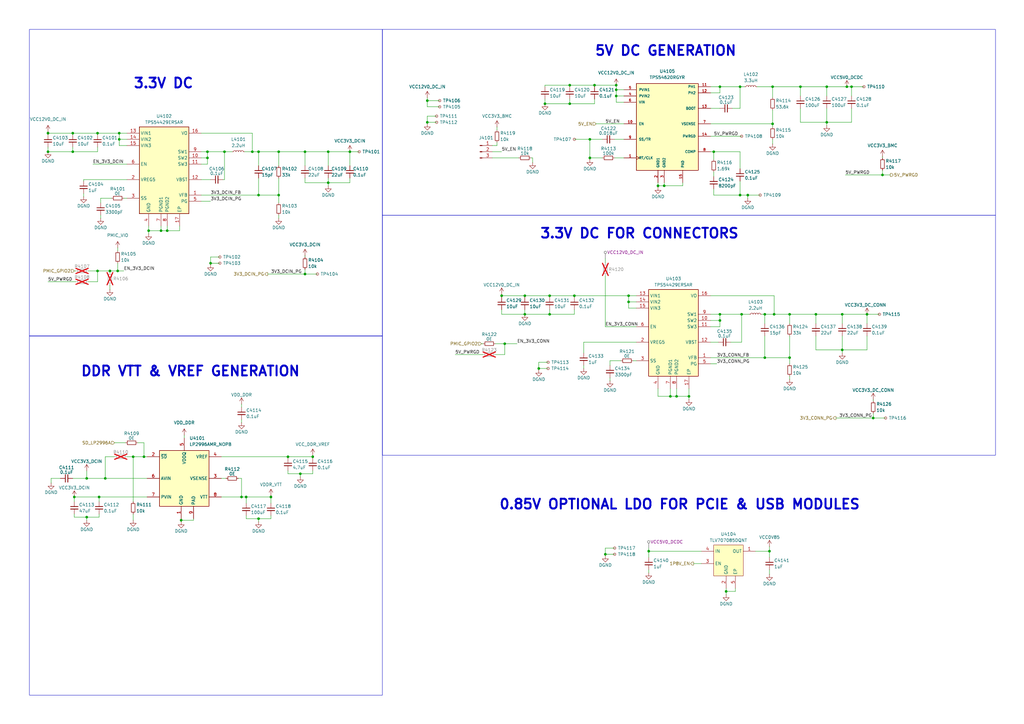
<source format=kicad_sch>
(kicad_sch (version 20250114) (generator "eeschema") (generator_version "9.0")
  (paper "A3")
  (title_block (title "Barre de son (base saine)") (date "2025-05-16") (rev "1.0") (company "NDH"))
  (rectangle (start 156.845 88.265) (end 408.305 186.69))
  (rectangle (start 12.065 12.065) (end 156.845 137.795))
  (rectangle (start 156.845 12.065) (end 408.305 88.265))
  (rectangle (start 12.065 137.795) (end 156.845 285.115))
  (text "3.3V DC \n" (at 68.58 34.29 0) (effects (font (size 4 4) (thickness 0.8) (bold yes))))
  (text "3.3V DC FOR CONNECTORS\n" (at 262.255 95.885 0) (effects (font (size 4 4) (thickness 0.8) (bold yes))))
  (text "DDR VTT & VREF GENERATION\n" (at 78.105 152.4 0) (effects (font (size 4 4) (thickness 0.8) (bold yes))))
  (text "0.85V OPTIONAL LDO FOR PCIE & USB MODULES\n" (at 278.765 207.01 0) (effects (font (size 4 4) (thickness 0.8) (bold yes))))
  (text "5V DC GENERATION\n" (at 273.05 20.955 0) (effects (font (size 4 4) (thickness 0.8) (bold yes))))
  (junction (at 40.005 54.61))
  (junction (at 241.935 64.77))
  (junction (at 241.935 57.15))
  (junction (at 339.09 35.56))
  (junction (at 233.68 42.545))
  (junction (at 29.845 54.61))
  (junction (at 272.415 76.2))
  (junction (at 35.56 212.09))
  (junction (at 106.045 80.01))
  (junction (at 304.165 128.905))
  (junction (at 316.865 35.56))
  (junction (at 48.26 111.125))
  (junction (at 282.575 162.56))
  (junction (at 347.345 35.56))
  (junction (at 257.81 121.285))
  (junction (at 86.36 107.95))
  (junction (at 111.125 203.835))
  (junction (at 128.27 187.325))
  (junction (at 60.96 94.615))
  (junction (at 35.56 196.215))
  (junction (at 225.425 128.905))
  (junction (at 66.04 94.615))
  (junction (at 48.895 57.15))
  (junction (at 43.18 196.215))
  (junction (at 295.275 35.56))
  (junction (at 85.09 62.23))
  (junction (at 114.3 62.23))
  (junction (at 313.69 128.905))
  (junction (at 303.53 80.01))
  (junction (at 207.01 140.97))
  (junction (at 317.5 128.905))
  (junction (at 103.505 62.23))
  (junction (at 85.09 64.77))
  (junction (at 355.6 128.905))
  (junction (at 233.68 34.925))
  (junction (at 361.95 71.755))
  (junction (at 114.3 80.01))
  (junction (at 92.075 62.23))
  (junction (at 339.09 50.165))
  (junction (at 19.685 62.23))
  (junction (at 30.48 203.835))
  (junction (at 125.095 62.23))
  (junction (at 48.895 54.61))
  (junction (at 345.44 143.51))
  (junction (at 223.52 42.545))
  (junction (at 323.85 146.685))
  (junction (at 205.74 121.285))
  (junction (at 123.19 194.31))
  (junction (at 235.585 121.285))
  (junction (at 313.69 146.685))
  (junction (at 316.865 50.8))
  (junction (at 295.275 128.905))
  (junction (at 99.06 203.835))
  (junction (at 225.425 121.285))
  (junction (at 134.62 62.23))
  (junction (at 243.84 34.925))
  (junction (at 215.265 121.285))
  (junction (at 118.11 187.325))
  (junction (at 29.845 62.23))
  (junction (at 175.26 50.165))
  (junction (at 74.295 213.36))
  (junction (at 134.62 74.93))
  (junction (at 274.955 162.56))
  (junction (at 59.055 187.325))
  (junction (at 143.51 62.23))
  (junction (at 297.815 242.57))
  (junction (at 68.58 94.615))
  (junction (at 315.595 226.06))
  (junction (at 358.14 171.45))
  (junction (at 40.005 111.125))
  (junction (at 257.81 123.825))
  (junction (at 349.25 35.56))
  (junction (at 252.73 36.83))
  (junction (at 295.275 131.445))
  (junction (at 40.64 203.835))
  (junction (at 328.295 35.56))
  (junction (at 334.645 128.905))
  (junction (at 252.73 39.37))
  (junction (at 292.735 62.23))
  (junction (at 175.26 41.275))
  (junction (at 303.53 35.56))
  (junction (at 215.265 128.905))
  (junction (at 266.065 226.06))
  (junction (at 54.61 187.325))
  (junction (at 106.045 212.725))
  (junction (at 19.685 54.61))
  (junction (at 100.965 203.835))
  (junction (at 125.095 112.395))
  (junction (at 220.98 151.13))
  (junction (at 269.875 76.2))
  (junction (at 45.085 111.125))
  (junction (at 106.045 62.23))
  (junction (at 252.73 34.925))
  (junction (at 345.44 128.905))
  (junction (at 248.285 227.33))
  (junction (at 306.705 80.01))
  (junction (at 323.85 128.905))
  (junction (at 277.495 162.56))
  (wire (pts (xy 40.64 205.74) (xy 40.64 203.835)))
  (wire (pts (xy 41.275 81.28) (xy 45.72 81.28)))
  (wire (pts (xy 205.74 121.92) (xy 205.74 121.285)))
  (wire (pts (xy 323.85 128.905) (xy 317.5 128.905)))
  (wire (pts (xy 297.815 243.84) (xy 297.815 242.57)))
  (wire (pts (xy 291.465 50.8) (xy 316.865 50.8)))
  (wire (pts (xy 248.285 133.985) (xy 260.985 133.985)))
  (wire (pts (xy 280.035 74.93) (xy 280.035 76.2)))
  (wire (pts (xy 252.095 224.79) (xy 248.285 224.79)))
  (wire (pts (xy 66.04 94.615) (xy 60.96 94.615)))
  (wire (pts (xy 86.36 105.41) (xy 86.36 107.95)))
  (wire (pts (xy 175.26 43.815) (xy 180.34 43.815)))
  (wire (pts (xy 90.805 187.325) (xy 118.11 187.325)))
  (wire (pts (xy 301.625 242.57) (xy 297.815 242.57)))
  (wire (pts (xy 114.3 67.945) (xy 114.3 62.23)))
  (wire (pts (xy 239.395 140.335) (xy 260.985 140.335)))
  (wire (pts (xy 339.09 35.56) (xy 347.345 35.56)))
  (wire (pts (xy 118.11 187.325) (xy 128.27 187.325)))
  (wire (pts (xy 349.25 39.37) (xy 349.25 35.56)))
  (wire (pts (xy 224.79 151.13) (xy 220.98 151.13)))
  (wire (pts (xy 294.64 140.335) (xy 291.465 140.335)))
  (wire (pts (xy 40.005 111.125) (xy 45.085 111.125)))
  (wire (pts (xy 85.09 64.77) (xy 85.09 62.23)))
  (wire (pts (xy 41.275 89.535) (xy 41.275 88.265)))
  (wire (pts (xy 52.07 187.325) (xy 54.61 187.325)))
  (wire (pts (xy 111.125 206.375) (xy 111.125 203.835)))
  (wire (pts (xy 235.585 121.285) (xy 257.81 121.285)))
  (wire (pts (xy 97.79 196.215) (xy 99.06 196.215)))
  (wire (pts (xy 345.44 144.78) (xy 345.44 143.51)))
  (wire (pts (xy 118.11 194.31) (xy 118.11 193.04)))
  (wire (pts (xy 82.55 67.31) (xy 85.09 67.31)))
  (wire (pts (xy 224.79 148.59) (xy 220.98 148.59)))
  (wire (pts (xy 90.17 105.41) (xy 86.36 105.41)))
  (wire (pts (xy 86.36 82.55) (xy 82.55 82.55)))
  (wire (pts (xy 306.705 81.28) (xy 306.705 80.01)))
  (wire (pts (xy 323.85 128.905) (xy 323.85 132.715)))
  (wire (pts (xy 361.95 64.135) (xy 361.95 64.77)))
  (wire (pts (xy 38.1 67.31) (xy 52.07 67.31)))
  (wire (pts (xy 252.095 57.15) (xy 255.905 57.15)))
  (wire (pts (xy 225.425 121.285) (xy 225.425 121.92)))
  (wire (pts (xy 225.425 128.905) (xy 215.265 128.905)))
  (wire (pts (xy 92.075 73.66) (xy 92.075 62.23)))
  (wire (pts (xy 269.875 76.2) (xy 269.875 76.835)))
  (wire (pts (xy 34.29 80.645) (xy 34.29 79.375)))
  (wire (pts (xy 266.065 226.06) (xy 287.655 226.06)))
  (wire (pts (xy 99.06 203.835) (xy 100.965 203.835)))
  (wire (pts (xy 207.01 145.415) (xy 207.01 140.97)))
  (wire (pts (xy 305.435 35.56) (xy 303.53 35.56)))
  (wire (pts (xy 309.88 226.06) (xy 315.595 226.06)))
  (wire (pts (xy 103.505 62.23) (xy 100.33 62.23)))
  (wire (pts (xy 233.68 42.545) (xy 223.52 42.545)))
  (wire (pts (xy 274.955 159.385) (xy 274.955 162.56)))
  (wire (pts (xy 118.11 187.325) (xy 118.11 187.96)))
  (wire (pts (xy 358.14 163.83) (xy 358.14 164.465)))
  (wire (pts (xy 241.935 64.77) (xy 247.015 64.77)))
  (wire (pts (xy 295.275 131.445) (xy 295.275 128.905)))
  (wire (pts (xy 304.165 140.335) (xy 304.165 128.905)))
  (wire (pts (xy 295.275 38.1) (xy 295.275 35.56)))
  (wire (pts (xy 303.53 80.01) (xy 292.735 80.01)))
  (wire (pts (xy 114.3 62.23) (xy 106.045 62.23)))
  (wire (pts (xy 35.56 213.36) (xy 35.56 212.09)))
  (wire (pts (xy 79.375 213.36) (xy 74.295 213.36)))
  (wire (pts (xy 99.06 165.735) (xy 99.06 167.005)))
  (wire (pts (xy 303.53 74.295) (xy 303.53 80.01)))
  (wire (pts (xy 143.51 73.025) (xy 143.51 74.93)))
  (wire (pts (xy 349.25 44.45) (xy 349.25 50.165)))
  (wire (pts (xy 197.485 140.97) (xy 198.12 140.97)))
  (wire (pts (xy 40.005 54.61) (xy 48.895 54.61)))
  (wire (pts (xy 255.905 41.91) (xy 252.73 41.91)))
  (wire (pts (xy 328.295 50.165) (xy 328.295 44.45)))
  (wire (pts (xy 248.285 227.965) (xy 248.285 227.33)))
  (wire (pts (xy 134.62 76.2) (xy 134.62 74.93)))
  (wire (pts (xy 284.48 231.14) (xy 287.655 231.14)))
  (wire (pts (xy 250.19 147.955) (xy 254.635 147.955)))
  (wire (pts (xy 323.85 146.685) (xy 323.85 137.795)))
  (wire (pts (xy 223.52 34.925) (xy 233.68 34.925)))
  (wire (pts (xy 218.44 66.675) (xy 218.44 64.77)))
  (wire (pts (xy 179.07 50.165) (xy 175.26 50.165)))
  (wire (pts (xy 40.64 212.09) (xy 35.56 212.09)))
  (wire (pts (xy 252.095 227.33) (xy 248.285 227.33)))
  (wire (pts (xy 175.26 50.8) (xy 175.26 50.165)))
  (wire (pts (xy 125.095 112.395) (xy 125.095 110.49)))
  (wire (pts (xy 205.74 121.285) (xy 215.265 121.285)))
  (wire (pts (xy 74.295 213.36) (xy 74.295 212.725)))
  (wire (pts (xy 111.125 203.2) (xy 111.125 203.835)))
  (wire (pts (xy 334.645 132.715) (xy 334.645 128.905)))
  (wire (pts (xy 355.6 132.715) (xy 355.6 128.905)))
  (wire (pts (xy 43.18 187.325) (xy 46.99 187.325)))
  (wire (pts (xy 239.395 151.13) (xy 239.395 149.86)))
  (wire (pts (xy 85.09 67.31) (xy 85.09 64.77)))
  (wire (pts (xy 95.25 62.23) (xy 92.075 62.23)))
  (wire (pts (xy 109.855 112.395) (xy 125.095 112.395)))
  (wire (pts (xy 75.565 178.435) (xy 75.565 179.705)))
  (wire (pts (xy 100.965 203.835) (xy 111.125 203.835)))
  (wire (pts (xy 292.735 72.39) (xy 292.735 70.485)))
  (wire (pts (xy 297.815 242.57) (xy 297.815 241.3)))
  (wire (pts (xy 54.61 187.325) (xy 59.055 187.325)))
  (wire (pts (xy 207.01 140.97) (xy 212.09 140.97)))
  (wire (pts (xy 50.8 111.125) (xy 48.26 111.125)))
  (wire (pts (xy 68.58 94.615) (xy 66.04 94.615)))
  (wire (pts (xy 40.64 203.835) (xy 30.48 203.835)))
  (wire (pts (xy 203.2 140.97) (xy 207.01 140.97)))
  (wire (pts (xy 128.27 187.325) (xy 128.27 187.96)))
  (wire (pts (xy 252.73 39.37) (xy 252.73 36.83)))
  (wire (pts (xy 91.44 73.66) (xy 92.075 73.66)))
  (wire (pts (xy 243.84 42.545) (xy 233.68 42.545)))
  (wire (pts (xy 252.73 41.91) (xy 252.73 39.37)))
  (wire (pts (xy 59.055 187.325) (xy 60.325 187.325)))
  (wire (pts (xy 48.895 57.15) (xy 48.895 54.61)))
  (wire (pts (xy 295.275 44.45) (xy 291.465 44.45)))
  (wire (pts (xy 147.32 62.23) (xy 143.51 62.23)))
  (wire (pts (xy 66.04 92.71) (xy 66.04 94.615)))
  (wire (pts (xy 48.895 59.69) (xy 48.895 57.15)))
  (wire (pts (xy 257.81 123.825) (xy 257.81 126.365)))
  (wire (pts (xy 223.52 34.925) (xy 223.52 35.56)))
  (wire (pts (xy 40.005 55.245) (xy 40.005 54.61)))
  (wire (pts (xy 316.865 50.8) (xy 316.865 52.07)))
  (wire (pts (xy 34.29 73.66) (xy 34.29 74.295)))
  (wire (pts (xy 86.36 108.585) (xy 86.36 107.95)))
  (wire (pts (xy 20.955 196.215) (xy 24.765 196.215)))
  (wire (pts (xy 220.98 148.59) (xy 220.98 151.13)))
  (wire (pts (xy 118.11 194.31) (xy 123.19 194.31)))
  (wire (pts (xy 317.5 121.285) (xy 317.5 128.905)))
  (wire (pts (xy 291.465 121.285) (xy 317.5 121.285)))
  (wire (pts (xy 220.98 151.765) (xy 220.98 151.13)))
  (wire (pts (xy 345.44 143.51) (xy 334.645 143.51)))
  (wire (pts (xy 48.895 57.15) (xy 52.07 57.15)))
  (wire (pts (xy 106.045 67.945) (xy 106.045 62.23)))
  (wire (pts (xy 339.09 50.165) (xy 328.295 50.165)))
  (wire (pts (xy 205.74 120.65) (xy 205.74 121.285)))
  (wire (pts (xy 52.07 73.66) (xy 34.29 73.66)))
  (wire (pts (xy 180.34 41.275) (xy 175.26 41.275)))
  (wire (pts (xy 317.5 128.905) (xy 313.69 128.905)))
  (wire (pts (xy 46.99 181.61) (xy 51.435 181.61)))
  (wire (pts (xy 52.07 59.69) (xy 48.895 59.69)))
  (wire (pts (xy 74.295 213.995) (xy 74.295 213.36)))
  (wire (pts (xy 235.585 57.15) (xy 241.935 57.15)))
  (wire (pts (xy 243.84 35.56) (xy 243.84 34.925)))
  (wire (pts (xy 29.845 54.61) (xy 29.845 55.245)))
  (wire (pts (xy 40.64 203.835) (xy 60.325 203.835)))
  (wire (pts (xy 282.575 162.56) (xy 277.495 162.56)))
  (wire (pts (xy 257.81 121.285) (xy 260.985 121.285)))
  (wire (pts (xy 175.26 40.005) (xy 175.26 41.275)))
  (wire (pts (xy 106.045 62.23) (xy 103.505 62.23)))
  (wire (pts (xy 134.62 62.23) (xy 143.51 62.23)))
  (wire (pts (xy 247.015 57.15) (xy 241.935 57.15)))
  (wire (pts (xy 252.73 36.83) (xy 255.905 36.83)))
  (wire (pts (xy 248.285 113.03) (xy 248.285 133.985)))
  (wire (pts (xy 355.6 128.905) (xy 360.68 128.905)))
  (wire (pts (xy 106.045 73.025) (xy 106.045 80.01)))
  (wire (pts (xy 269.875 162.56) (xy 269.875 159.385)))
  (wire (pts (xy 315.595 228.6) (xy 315.595 226.06)))
  (wire (pts (xy 40.005 115.57) (xy 40.005 111.125)))
  (wire (pts (xy 215.265 121.285) (xy 215.265 121.92)))
  (wire (pts (xy 35.56 196.215) (xy 43.18 196.215)))
  (wire (pts (xy 40.005 62.23) (xy 29.845 62.23)))
  (wire (pts (xy 30.48 111.125) (xy 31.115 111.125)))
  (wire (pts (xy 349.25 35.56) (xy 354.33 35.56)))
  (wire (pts (xy 128.27 193.04) (xy 128.27 194.31)))
  (wire (pts (xy 277.495 162.56) (xy 274.955 162.56)))
  (wire (pts (xy 361.95 71.755) (xy 365.125 71.755)))
  (wire (pts (xy 316.865 40.005) (xy 316.865 35.56)))
  (wire (pts (xy 355.6 128.905) (xy 345.44 128.905)))
  (wire (pts (xy 43.18 187.325) (xy 43.18 196.215)))
  (wire (pts (xy 274.955 162.56) (xy 269.875 162.56)))
  (wire (pts (xy 316.865 35.56) (xy 328.295 35.56)))
  (wire (pts (xy 339.09 44.45) (xy 339.09 50.165)))
  (wire (pts (xy 299.72 140.335) (xy 304.165 140.335)))
  (wire (pts (xy 114.3 73.025) (xy 114.3 80.01)))
  (wire (pts (xy 143.51 67.945) (xy 143.51 62.23)))
  (wire (pts (xy 272.415 74.93) (xy 272.415 76.2)))
  (wire (pts (xy 300.355 44.45) (xy 303.53 44.45)))
  (wire (pts (xy 307.34 128.905) (xy 304.165 128.905)))
  (wire (pts (xy 106.045 212.725) (xy 111.125 212.725)))
  (wire (pts (xy 241.935 65.405) (xy 241.935 64.77)))
  (wire (pts (xy 45.085 111.125) (xy 48.26 111.125)))
  (wire (pts (xy 100.965 212.725) (xy 100.965 211.455)))
  (wire (pts (xy 205.74 128.905) (xy 215.265 128.905)))
  (wire (pts (xy 203.835 52.07) (xy 203.835 53.34)))
  (wire (pts (xy 266.065 226.06) (xy 266.065 228.6)))
  (wire (pts (xy 235.585 127) (xy 235.585 128.905)))
  (wire (pts (xy 56.515 181.61) (xy 59.055 181.61)))
  (wire (pts (xy 277.495 159.385) (xy 277.495 162.56)))
  (wire (pts (xy 243.84 34.925) (xy 252.73 34.925)))
  (wire (pts (xy 328.295 35.56) (xy 339.09 35.56)))
  (wire (pts (xy 48.26 101.6) (xy 48.26 102.87)))
  (wire (pts (xy 29.845 54.61) (xy 40.005 54.61)))
  (wire (pts (xy 215.265 128.905) (xy 215.265 127)))
  (wire (pts (xy 134.62 62.23) (xy 134.62 67.945)))
  (wire (pts (xy 203.835 59.69) (xy 201.93 59.69)))
  (wire (pts (xy 125.095 112.395) (xy 130.175 112.395)))
  (wire (pts (xy 233.68 34.925) (xy 233.68 35.56)))
  (wire (pts (xy 342.9 171.45) (xy 358.14 171.45)))
  (wire (pts (xy 90.17 107.95) (xy 86.36 107.95)))
  (wire (pts (xy 212.725 64.77) (xy 201.93 64.77)))
  (wire (pts (xy 29.845 62.23) (xy 19.685 62.23)))
  (wire (pts (xy 306.705 80.01) (xy 303.53 80.01)))
  (wire (pts (xy 45.085 118.745) (xy 45.085 116.84)))
  (wire (pts (xy 250.19 156.21) (xy 250.19 154.94)))
  (wire (pts (xy 114.3 83.185) (xy 114.3 80.01)))
  (wire (pts (xy 313.69 146.685) (xy 291.465 146.685)))
  (wire (pts (xy 269.875 74.93) (xy 269.875 76.2)))
  (wire (pts (xy 361.95 71.755) (xy 361.95 69.85)))
  (wire (pts (xy 175.26 41.275) (xy 175.26 43.815)))
  (wire (pts (xy 315.595 233.68) (xy 315.595 235.585)))
  (wire (pts (xy 40.005 60.325) (xy 40.005 62.23)))
  (wire (pts (xy 100.965 203.835) (xy 100.965 206.375)))
  (wire (pts (xy 349.25 50.165) (xy 339.09 50.165)))
  (wire (pts (xy 304.165 128.905) (xy 295.275 128.905)))
  (wire (pts (xy 259.715 147.955) (xy 260.985 147.955)))
  (wire (pts (xy 355.6 137.795) (xy 355.6 143.51)))
  (wire (pts (xy 266.065 234.95) (xy 266.065 233.68)))
  (wire (pts (xy 323.85 149.225) (xy 323.85 146.685)))
  (wire (pts (xy 186.69 145.415) (xy 198.12 145.415)))
  (wire (pts (xy 257.81 121.285) (xy 257.81 123.825)))
  (wire (pts (xy 19.685 115.57) (xy 31.115 115.57)))
  (wire (pts (xy 282.575 163.83) (xy 282.575 162.56)))
  (wire (pts (xy 35.56 193.04) (xy 35.56 196.215)))
  (wire (pts (xy 235.585 128.905) (xy 225.425 128.905)))
  (wire (pts (xy 203.2 145.415) (xy 207.01 145.415)))
  (wire (pts (xy 48.895 54.61) (xy 52.07 54.61)))
  (wire (pts (xy 54.61 187.325) (xy 54.61 205.74)))
  (wire (pts (xy 250.19 149.86) (xy 250.19 147.955)))
  (wire (pts (xy 41.275 83.185) (xy 41.275 81.28)))
  (wire (pts (xy 339.09 51.435) (xy 339.09 50.165)))
  (wire (pts (xy 125.095 104.775) (xy 125.095 105.41)))
  (wire (pts (xy 92.71 196.215) (xy 90.805 196.215)))
  (wire (pts (xy 143.51 74.93) (xy 134.62 74.93)))
  (wire (pts (xy 125.095 62.23) (xy 125.095 67.945)))
  (wire (pts (xy 334.645 143.51) (xy 334.645 137.795)))
  (wire (pts (xy 106.045 212.725) (xy 106.045 213.995)))
  (wire (pts (xy 85.09 62.23) (xy 82.55 62.23)))
  (wire (pts (xy 82.55 54.61) (xy 103.505 54.61)))
  (wire (pts (xy 313.69 128.905) (xy 312.42 128.905)))
  (wire (pts (xy 292.735 65.405) (xy 292.735 62.23)))
  (wire (pts (xy 111.125 211.455) (xy 111.125 212.725)))
  (wire (pts (xy 313.69 137.795) (xy 313.69 146.685)))
  (wire (pts (xy 223.52 42.545) (xy 223.52 40.64)))
  (wire (pts (xy 292.735 62.23) (xy 291.465 62.23)))
  (wire (pts (xy 68.58 92.71) (xy 68.58 94.615)))
  (wire (pts (xy 92.075 62.23) (xy 85.09 62.23)))
  (wire (pts (xy 50.8 81.28) (xy 52.07 81.28)))
  (wire (pts (xy 316.865 35.56) (xy 310.515 35.56)))
  (wire (pts (xy 233.68 34.925) (xy 243.84 34.925)))
  (wire (pts (xy 239.395 144.78) (xy 239.395 140.335)))
  (wire (pts (xy 40.64 210.82) (xy 40.64 212.09)))
  (wire (pts (xy 316.865 45.085) (xy 316.865 50.8)))
  (wire (pts (xy 260.985 126.365) (xy 257.81 126.365)))
  (wire (pts (xy 328.295 39.37) (xy 328.295 35.56)))
  (wire (pts (xy 205.74 127) (xy 205.74 128.905)))
  (wire (pts (xy 48.26 111.125) (xy 48.26 107.95)))
  (wire (pts (xy 73.66 92.71) (xy 73.66 94.615)))
  (wire (pts (xy 282.575 159.385) (xy 282.575 162.56)))
  (wire (pts (xy 134.62 62.23) (xy 125.095 62.23)))
  (wire (pts (xy 29.845 196.215) (xy 35.56 196.215)))
  (wire (pts (xy 19.685 54.61) (xy 19.685 55.245)))
  (wire (pts (xy 346.71 71.755) (xy 361.95 71.755)))
  (wire (pts (xy 291.465 55.88) (xy 304.165 55.88)))
  (wire (pts (xy 29.845 60.325) (xy 29.845 62.23)))
  (wire (pts (xy 292.735 77.47) (xy 292.735 80.01)))
  (wire (pts (xy 19.685 53.975) (xy 19.685 54.61)))
  (wire (pts (xy 125.095 73.025) (xy 125.095 74.93)))
  (wire (pts (xy 252.095 64.77) (xy 255.905 64.77)))
  (wire (pts (xy 306.705 80.01) (xy 311.785 80.01)))
  (wire (pts (xy 235.585 121.285) (xy 235.585 121.92)))
  (wire (pts (xy 266.065 224.79) (xy 266.065 226.06)))
  (wire (pts (xy 295.275 133.985) (xy 295.275 131.445)))
  (wire (pts (xy 313.69 128.905) (xy 313.69 132.715)))
  (wire (pts (xy 19.685 54.61) (xy 29.845 54.61)))
  (wire (pts (xy 86.36 73.66) (xy 82.55 73.66)))
  (wire (pts (xy 134.62 73.025) (xy 134.62 74.93)))
  (wire (pts (xy 123.19 194.31) (xy 123.19 195.58)))
  (wire (pts (xy 303.53 44.45) (xy 303.53 35.56)))
  (wire (pts (xy 99.06 196.215) (xy 99.06 203.835)))
  (wire (pts (xy 125.095 62.23) (xy 114.3 62.23)))
  (wire (pts (xy 248.285 224.79) (xy 248.285 227.33)))
  (wire (pts (xy 241.935 57.15) (xy 241.935 64.77)))
  (wire (pts (xy 323.85 155.575) (xy 323.85 154.305)))
  (wire (pts (xy 301.625 241.3) (xy 301.625 242.57)))
  (wire (pts (xy 339.09 35.56) (xy 339.09 39.37)))
  (wire (pts (xy 175.26 47.625) (xy 175.26 50.165)))
  (wire (pts (xy 233.68 40.64) (xy 233.68 42.545)))
  (wire (pts (xy 99.06 172.085) (xy 99.06 173.355)))
  (wire (pts (xy 291.465 38.1) (xy 295.275 38.1)))
  (wire (pts (xy 260.985 123.825) (xy 257.81 123.825)))
  (wire (pts (xy 128.27 186.69) (xy 128.27 187.325)))
  (wire (pts (xy 60.96 94.615) (xy 60.96 95.885)))
  (wire (pts (xy 114.3 80.01) (xy 106.045 80.01)))
  (wire (pts (xy 295.275 35.56) (xy 291.465 35.56)))
  (wire (pts (xy 291.465 133.985) (xy 295.275 133.985)))
  (wire (pts (xy 294.005 149.225) (xy 291.465 149.225)))
  (wire (pts (xy 272.415 76.2) (xy 269.875 76.2)))
  (wire (pts (xy 20.955 198.12) (xy 20.955 196.215)))
  (wire (pts (xy 73.66 94.615) (xy 68.58 94.615)))
  (wire (pts (xy 45.085 111.76) (xy 45.085 111.125)))
  (wire (pts (xy 355.6 143.51) (xy 345.44 143.51)))
  (wire (pts (xy 35.56 212.09) (xy 30.48 212.09)))
  (wire (pts (xy 345.44 128.905) (xy 334.645 128.905)))
  (wire (pts (xy 334.645 128.905) (xy 323.85 128.905)))
  (wire (pts (xy 225.425 127) (xy 225.425 128.905)))
  (wire (pts (xy 303.53 69.215) (xy 303.53 62.23)))
  (wire (pts (xy 103.505 54.61) (xy 103.505 62.23)))
  (wire (pts (xy 244.475 50.8) (xy 255.905 50.8)))
  (wire (pts (xy 295.275 131.445) (xy 291.465 131.445)))
  (wire (pts (xy 90.805 203.835) (xy 99.06 203.835)))
  (wire (pts (xy 82.55 64.77) (xy 85.09 64.77)))
  (wire (pts (xy 54.61 213.36) (xy 54.61 210.82)))
  (wire (pts (xy 345.44 128.905) (xy 345.44 132.715)))
  (wire (pts (xy 43.18 196.215) (xy 60.325 196.215)))
  (wire (pts (xy 295.275 128.905) (xy 291.465 128.905)))
  (wire (pts (xy 114.3 89.535) (xy 114.3 88.265)))
  (wire (pts (xy 225.425 121.285) (xy 235.585 121.285)))
  (wire (pts (xy 313.69 146.685) (xy 323.85 146.685)))
  (wire (pts (xy 347.345 35.56) (xy 349.25 35.56)))
  (wire (pts (xy 252.73 39.37) (xy 255.905 39.37)))
  (wire (pts (xy 358.14 171.45) (xy 358.14 169.545)))
  (wire (pts (xy 243.84 40.64) (xy 243.84 42.545)))
  (wire (pts (xy 30.48 212.09) (xy 30.48 210.82)))
  (wire (pts (xy 215.265 121.285) (xy 225.425 121.285)))
  (wire (pts (xy 82.55 80.01) (xy 106.045 80.01)))
  (wire (pts (xy 205.74 62.23) (xy 201.93 62.23)))
  (wire (pts (xy 315.595 226.06) (xy 315.595 224.155)))
  (wire (pts (xy 36.195 115.57) (xy 40.005 115.57)))
  (wire (pts (xy 303.53 35.56) (xy 295.275 35.56)))
  (wire (pts (xy 59.055 181.61) (xy 59.055 187.325)))
  (wire (pts (xy 19.685 62.23) (xy 19.685 60.325)))
  (wire (pts (xy 280.035 76.2) (xy 272.415 76.2)))
  (wire (pts (xy 179.07 47.625) (xy 175.26 47.625)))
  (wire (pts (xy 123.19 194.31) (xy 128.27 194.31)))
  (wire (pts (xy 60.96 92.71) (xy 60.96 94.615)))
  (wire (pts (xy 303.53 62.23) (xy 292.735 62.23)))
  (wire (pts (xy 358.14 171.45) (xy 363.22 171.45)))
  (wire (pts (xy 248.285 106.045) (xy 248.285 107.95)))
  (wire (pts (xy 203.835 58.42) (xy 203.835 59.69)))
  (wire (pts (xy 100.965 212.725) (xy 106.045 212.725)))
  (wire (pts (xy 345.44 137.795) (xy 345.44 143.51)))
  (wire (pts (xy 30.48 203.835) (xy 30.48 205.74)))
  (wire (pts (xy 134.62 74.93) (xy 125.095 74.93)))
  (wire (pts (xy 252.73 34.925) (xy 252.73 36.83)))
  (wire (pts (xy 79.375 212.725) (xy 79.375 213.36)))
  (wire (pts (xy 36.195 111.125) (xy 40.005 111.125)))
  (wire (pts (xy 218.44 64.77) (xy 217.805 64.77)))
  (wire (pts (xy 316.865 59.055) (xy 316.865 57.15)))
  (label "EN_3V3_DCIN" (at 38.1 67.31 0))
  (label "3V3_DCIN_FB" (at 86.36 80.01 0))
  (label "5V_PWRGD" (at 19.685 115.57 0))
  (label "EN_3V3_CONN" (at 212.09 140.97 0))
  (label "3V3_DCIN_PG" (at 111.125 112.395 0))
  (label "3V3_CONN_FB" (at 294.005 146.685 0))
  (label "3V3_CONN_PG" (at 294.005 149.225 0))
  (label "3V3_DCIN_PG" (at 86.36 82.55 0))
  (label "EN_3V3_DCIN" (at 50.8 111.125 0))
  (label "EN_3V3_CONN" (at 248.285 133.985 0))
  (label "5V_PWRGD" (at 292.735 55.88 0))
  (label "3V3_CONN_PG" (at 344.17 171.45 0))
  (label "5V_PWRGD" (at 186.69 145.415 0))
  (label "5V_EN" (at 248.285 50.8 0))
  (label "5V_PWRGD" (at 346.71 71.755 0))
  (label "5V_EN" (at 205.74 62.23 0))
  (hierarchical_label "3V3_DCIN_PG" (shape output) (at 109.855 112.395 180))
  (hierarchical_label "PMIC_GPIO2" (shape input) (at 30.48 111.125 180))
  (hierarchical_label "3V3_CONN_PG" (shape output) (at 342.9 171.45 180))
  (hierarchical_label "5V_EN" (shape input) (at 244.475 50.8 180))
  (hierarchical_label "1P8V_EN" (shape output) (at 284.48 231.14 180))
  (hierarchical_label "5V_PWRGD" (shape output) (at 365.125 71.755 0))
  (hierarchical_label "PMIC_GPIO2" (shape input) (at 197.485 140.97 180))
  (hierarchical_label "SD_LP2996A" (shape input) (at 46.99 181.61 180))
  (netclass_flag "" (length 2.54) (shape round) (at 266.065 224.79 0) (property "Netclass" "VCC5V0_DCDC" (at 266.7635 222.25 0) (effects (justify left))))
  (netclass_flag "" (length 2.54) (shape round) (at 248.285 106.045 0) (property "Netclass" "VCC12V0_DC_IN" (at 248.9835 103.505 0) (effects (justify left))))
  (symbol (lib_id "Device:C_Small") (at 239.395 147.32 0) (unit 1)
    (property "Reference" "C4133" (at 241.3 146.05 0) (effects (justify left)))
    (property "Value" "1uF" (at 241.3 148.59 0) (effects (justify left)))
    (property "Description" "Unpolarized capacitor, small symbol" (effects (hide yes)))
  )
  (symbol (lib_id "Device:C_Small") (at 243.84 38.1 0) (unit 1)
    (property "Reference" "C4121" (at 245.745 36.83 0) (effects (justify left)))
    (property "Value" "0.1uF" (at 245.745 39.37 0) (effects (justify left)))
    (property "Description" "Unpolarized capacitor, small symbol" (effects (hide yes)))
  )
  (symbol (lib_id "Connector:TestPoint_Small") (at 179.07 50.165 0) (unit 1)
    (property "Reference" "TP4112" (at 180.34 50.1649 0) (effects (justify left)))
    (property "Value" "TestPoint_Small" (effects (hide yes)))
    (property "Description" "test point" (effects (hide yes)))
  )
  (symbol (lib_id "power:GND") (at 19.685 62.23 0) (unit 1)
    (property "Reference" "#PWR0862" (effects (hide yes)))
    (property "Value" "DGND" (at 19.685 66.04 0))
    (property "Description" "Power symbol creates a global label with name \"GND\" , ground" (effects (hide yes)))
  )
  (symbol (lib_id "Device:R_Small") (at 125.095 107.95 180) (unit 1)
    (property "Reference" "R4104" (at 126.365 106.68 0) (effects (justify right)))
    (property "Value" "10k" (at 126.365 109.22 0) (effects (justify right)))
    (property "Description" "Resistor, small symbol" (effects (hide yes)))
  )
  (symbol (lib_id "power:GND") (at 316.865 59.055 0) (unit 1)
    (property "Reference" "#PWR0880" (effects (hide yes)))
    (property "Value" "DGND" (at 316.865 62.865 0))
    (property "Description" "Power symbol creates a global label with name \"GND\" , ground" (effects (hide yes)))
  )
  (symbol (lib_id "Connector:Conn_01x03_Pin") (at 196.85 62.23 0) (unit 1)
    (property "Reference" "J4101" (at 199.39 56.515 0))
    (property "Value" "Conn_01x03_Pin" (effects (hide yes)))
    (property "Description" "Generic connector, single row, 01x03, script generated" (effects (hide yes)))
  )
  (symbol (lib_id "Device:R_Small") (at 48.26 105.41 180) (unit 1)
    (property "Reference" "R4105" (at 49.53 104.14 0) (effects (justify right)))
    (property "Value" "10k" (at 49.53 106.68 0) (effects (justify right)))
    (property "Description" "Resistor, small symbol" (effects (hide yes)))
  )
  (symbol (lib_id "Connector:TestPoint_Small") (at 180.34 41.275 0) (unit 1)
    (property "Reference" "TP4106" (at 181.61 41.2749 0) (effects (justify left)))
    (property "Value" "TestPoint_Small" (effects (hide yes)))
    (property "Description" "test point" (effects (hide yes)))
  )
  (symbol (lib_id "power:+1V0") (at 128.27 186.69 0) (unit 1)
    (property "Reference" "#PWR04109" (effects (hide yes)))
    (property "Value" "VCC_DDR_VREF" (at 128.27 182.245 0))
    (property "Description" "Power symbol creates a global label with name \"+1V0\"" (effects (hide yes)))
  )
  (symbol (lib_id "Device:C_Small") (at 125.095 70.485 0) (unit 1)
    (property "Reference" "C4108" (at 126.365 69.215 0) (effects (justify left)))
    (property "Value" "22uF" (at 126.365 71.755 0) (effects (justify left)))
    (property "Description" "Unpolarized capacitor, small symbol" (effects (hide yes)))
  )
  (symbol (lib_id "Device:C_Small") (at 100.965 208.915 0) (unit 1)
    (property "Reference" "C4117" (at 102.87 207.645 0) (effects (justify left)))
    (property "Value" "100uF" (at 102.87 210.185 0) (effects (justify left)))
    (property "Description" "Unpolarized capacitor, small symbol" (effects (hide yes)))
  )
  (symbol (lib_id "Device:C_Small") (at 266.065 231.14 0) (unit 1)
    (property "Reference" "C4140" (at 267.97 229.87 0) (effects (justify left)))
    (property "Value" "1uF" (at 267.97 232.41 0) (effects (justify left)))
    (property "Description" "Unpolarized capacitor, small symbol" (effects (hide yes)))
  )
  (symbol (lib_id "Connector:TestPoint_Small") (at 224.79 151.13 0) (unit 1)
    (property "Reference" "TP4114" (at 226.06 151.1299 0) (effects (justify left)))
    (property "Value" "TestPoint_Small" (effects (hide yes)))
    (property "Description" "test point" (effects (hide yes)))
  )
  (symbol (lib_id "power:GND") (at 315.595 235.585 0) (unit 1)
    (property "Reference" "#PWR0894" (effects (hide yes)))
    (property "Value" "DGND" (at 315.595 239.395 0))
    (property "Description" "Power symbol creates a global label with name \"GND\" , ground" (effects (hide yes)))
  )
  (symbol (lib_id "Libglobal:LP2996AMR_NOPB") (at 60.325 187.325 0) (unit 1)
    (property "Reference" "U4101" (at 77.7083 179.705 0) (effects (justify left)))
    (property "Value" "LP2996AMR_NOPB" (at 77.7083 182.245 0) (effects (justify left)))
    (property "Footprint" "SOIC127P600X170-9N" (effects (hide yes)))
    (property "Datasheet" "http://www.ti.com/lit/gpn/LP2996A" (effects (hide yes)))
    (property "Description" "1.5A DDR termination regulator with shutdown pin for DDR2/3/3L" (effects (hide yes)))
    (property "Height" "1.7" (effects (hide yes)))
    (property "Manufacturer_Name" "Texas Instruments" (effects (hide yes)))
    (property "Manufacturer_Part_Number" "LP2996AMR/NOPB" (effects (hide yes)))
    (property "Mouser Part Number" "595-LP2996AMR/NOPB" (effects (hide yes)))
    (property "Mouser Price/Stock" "https://www.mouser.co.uk/ProductDetail/Texas-Instruments/LP2996AMR-NOPB/?qs=1MXlzafEN3%252BgTj54Hgl14Q%3D%3D" (effects (hide yes)))
    (property "Arrow Part Number" "LP2996AMR/NOPB" (effects (hide yes)))
    (property "Arrow Price/Stock" "https://www.arrow.com/en/products/lp2996amrnopb/texas-instruments" (effects (hide yes)))
  )
  (symbol (lib_id "Device:C_Small") (at 143.51 70.485 0) (unit 1)
    (property "Reference" "C4110" (at 144.78 69.215 0) (effects (justify left)))
    (property "Value" "0.1uF" (at 144.78 71.755 0) (effects (justify left)))
    (property "Description" "Unpolarized capacitor, small symbol" (effects (hide yes)))
  )
  (symbol (lib_id "Device:R_Small") (at 45.085 114.3 180) (unit 1) (dnp yes)
    (property "Reference" "R4106" (at 46.355 114.3 0) (effects (justify right)))
    (property "Value" "10k" (effects (hide yes)))
    (property "Description" "Resistor, small symbol" (effects (hide yes)))
  )
  (symbol (lib_id "Device:R_Small") (at 95.25 196.215 90) (unit 1)
    (property "Reference" "R4112" (at 95.25 192.405 90))
    (property "Value" "0E" (at 95.25 194.31 90))
    (property "Description" "Resistor, small symbol" (effects (hide yes)))
  )
  (symbol (lib_id "Device:C_Small") (at 225.425 124.46 0) (unit 1)
    (property "Reference" "C4131" (at 227.33 123.19 0) (effects (justify left)))
    (property "Value" "10uF" (at 227.33 125.73 0) (effects (justify left)))
    (property "Description" "Unpolarized capacitor, small symbol" (effects (hide yes)))
  )
  (symbol (lib_id "power:GND") (at 134.62 76.2 0) (unit 1)
    (property "Reference" "#PWR0867" (effects (hide yes)))
    (property "Value" "DGND" (at 134.62 80.01 0))
    (property "Description" "Power symbol creates a global label with name \"GND\" , ground" (effects (hide yes)))
  )
  (symbol (lib_id "Device:C_Small") (at 297.815 44.45 90) (unit 1)
    (property "Reference" "C4123" (at 297.815 40.005 90))
    (property "Value" "0.1uF" (at 297.815 41.91 90))
    (property "Description" "Unpolarized capacitor, small symbol" (effects (hide yes)))
  )
  (symbol (lib_id "power:GND") (at 239.395 151.13 0) (unit 1)
    (property "Reference" "#PWR0887" (effects (hide yes)))
    (property "Value" "DGND" (at 239.395 154.94 0))
    (property "Description" "Power symbol creates a global label with name \"GND\" , ground" (effects (hide yes)))
  )
  (symbol (lib_id "Device:C_Small") (at 118.11 190.5 0) (unit 1)
    (property "Reference" "C4115" (at 120.015 189.23 0) (effects (justify left)))
    (property "Value" "4.7uF" (at 120.015 191.77 0) (effects (justify left)))
    (property "Description" "Unpolarized capacitor, small symbol" (effects (hide yes)))
  )
  (symbol (lib_id "Connector:TestPoint_Small") (at 354.33 35.56 0) (unit 1)
    (property "Reference" "TP4110" (at 355.6 35.56 0) (effects (justify left)))
    (property "Value" "TestPoint_Small" (effects (hide yes)))
    (property "Description" "test point" (effects (hide yes)))
  )
  (symbol (lib_id "power:+1V0") (at 125.095 104.775 0) (unit 1)
    (property "Reference" "#PWR04103" (effects (hide yes)))
    (property "Value" "VCC3V3_DCIN" (at 125.095 100.33 0))
    (property "Description" "Power symbol creates a global label with name \"+1V0\"" (effects (hide yes)))
  )
  (symbol (lib_id "Device:R_Small") (at 248.285 110.49 180) (unit 1) (dnp yes)
    (property "Reference" "R4120" (at 249.555 110.49 0) (effects (justify right)))
    (property "Value" "~" (at 249.555 111.76 0) (effects (justify right)))
    (property "Description" "Resistor, small symbol" (effects (hide yes)))
  )
  (symbol (lib_id "Device:R_Small") (at 203.835 55.88 180) (unit 1)
    (property "Reference" "R4119" (at 205.105 54.61 0) (effects (justify right)))
    (property "Value" "10k" (at 205.105 57.15 0) (effects (justify right)))
    (property "Description" "Resistor, small symbol" (effects (hide yes)))
  )
  (symbol (lib_id "Device:C_Small") (at 292.735 74.93 0) (unit 1)
    (property "Reference" "C4124" (at 294.64 73.66 0) (effects (justify left)))
    (property "Value" "8200pF" (at 294.64 76.2 0) (effects (justify left)))
    (property "Description" "Unpolarized capacitor, small symbol" (effects (hide yes)))
  )
  (symbol (lib_id "power:+1V0") (at 111.125 203.2 0) (unit 1)
    (property "Reference" "#PWR04110" (effects (hide yes)))
    (property "Value" "VDDR_VTT" (at 111.125 198.755 0))
    (property "Description" "Power symbol creates a global label with name \"+1V0\"" (effects (hide yes)))
  )
  (symbol (lib_id "power:+1V0") (at 355.6 128.905 0) (unit 1)
    (property "Reference" "#PWR04117" (effects (hide yes)))
    (property "Value" "VCC3V3_DC_CONN" (at 354.965 125.095 0))
    (property "Description" "Power symbol creates a global label with name \"+1V0\"" (effects (hide yes)))
  )
  (symbol (lib_id "power:GND") (at 114.3 89.535 0) (unit 1)
    (property "Reference" "#PWR0866" (effects (hide yes)))
    (property "Value" "DGND" (at 114.3 93.345 0))
    (property "Description" "Power symbol creates a global label with name \"GND\" , ground" (effects (hide yes)))
  )
  (symbol (lib_id "Device:R_Small") (at 53.975 181.61 90) (unit 1)
    (property "Reference" "R4109" (at 53.975 177.8 90))
    (property "Value" "0E" (at 53.975 179.705 90))
    (property "Description" "Resistor, small symbol" (effects (hide yes)))
  )
  (symbol (lib_id "Device:R_Small") (at 200.66 145.415 90) (unit 1) (dnp yes)
    (property "Reference" "R4123" (at 200.66 143.51 90))
    (property "Value" "0E" (effects (hide yes)))
    (property "Description" "Resistor, small symbol" (effects (hide yes)))
  )
  (symbol (lib_id "power:GND") (at 306.705 81.28 0) (unit 1)
    (property "Reference" "#PWR0881" (effects (hide yes)))
    (property "Value" "DGND" (at 306.705 85.09 0))
    (property "Description" "Power symbol creates a global label with name \"GND\" , ground" (effects (hide yes)))
  )
  (symbol (lib_id "power:GND") (at 241.935 65.405 0) (unit 1)
    (property "Reference" "#PWR0878" (effects (hide yes)))
    (property "Value" "DGND" (at 241.935 69.215 0))
    (property "Description" "Power symbol creates a global label with name \"GND\" , ground" (effects (hide yes)))
  )
  (symbol (lib_id "power:GND") (at 34.29 80.645 0) (unit 1)
    (property "Reference" "#PWR0864" (effects (hide yes)))
    (property "Value" "DGND" (at 34.29 84.455 0))
    (property "Description" "Power symbol creates a global label with name \"GND\" , ground" (effects (hide yes)))
  )
  (symbol (lib_id "Connector:TestPoint_Small") (at 147.32 62.23 0) (unit 1)
    (property "Reference" "TP4101" (at 148.59 62.2299 0) (effects (justify left)))
    (property "Value" "TestPoint_Small" (effects (hide yes)))
    (property "Description" "test point" (effects (hide yes)))
  )
  (symbol (lib_id "Device:R_Small") (at 316.865 42.545 180) (unit 1)
    (property "Reference" "R4114" (at 318.135 41.275 0) (effects (justify right)))
    (property "Value" "53.6k" (at 318.135 43.815 0) (effects (justify right)))
    (property "Description" "Resistor, small symbol" (effects (hide yes)))
  )
  (symbol (lib_id "Connector:TestPoint_Small") (at 304.165 55.88 0) (unit 1)
    (property "Reference" "TP4108" (at 305.435 55.88 0) (effects (justify left)))
    (property "Value" "TestPoint_Small" (effects (hide yes)))
    (property "Description" "test point" (effects (hide yes)))
  )
  (symbol (lib_id "power:GND") (at 41.275 89.535 0) (unit 1)
    (property "Reference" "#PWR0865" (effects (hide yes)))
    (property "Value" "DGND" (at 41.275 93.345 0))
    (property "Description" "Power symbol creates a global label with name \"GND\" , ground" (effects (hide yes)))
  )
  (symbol (lib_id "Connector:TestPoint_Small") (at 252.095 227.33 0) (unit 1)
    (property "Reference" "TP4118" (at 253.365 227.3299 0) (effects (justify left)))
    (property "Value" "TestPoint_Small" (effects (hide yes)))
    (property "Description" "test point" (effects (hide yes)))
  )
  (symbol (lib_id "Device:C_Small") (at 303.53 71.755 0) (unit 1)
    (property "Reference" "C4125" (at 305.435 70.485 0) (effects (justify left)))
    (property "Value" "0.1uF" (at 305.435 73.025 0) (effects (justify left)))
    (property "Description" "Unpolarized capacitor, small symbol" (effects (hide yes)))
  )
  (symbol (lib_id "Device:R_Small") (at 215.265 64.77 90) (unit 1)
    (property "Reference" "R4118" (at 215.265 60.96 90))
    (property "Value" "10k" (at 215.265 62.865 90))
    (property "Description" "Resistor, small symbol" (effects (hide yes)))
  )
  (symbol (lib_id "power:+1V0") (at 347.345 35.56 0) (unit 1)
    (property "Reference" "#PWR04113" (effects (hide yes)))
    (property "Value" "VCC5V0_DCDC" (at 347.345 31.75 0))
    (property "Description" "Power symbol creates a global label with name \"+1V0\"" (effects (hide yes)))
  )
  (symbol (lib_id "Device:C_Small") (at 313.69 135.255 0) (unit 1)
    (property "Reference" "C4136" (at 315.595 133.985 0) (effects (justify left)))
    (property "Value" "15pF" (at 315.595 136.525 0) (effects (justify left)))
    (property "Description" "Unpolarized capacitor, small symbol" (effects (hide yes)))
  )
  (symbol (lib_id "Device:R_Small") (at 33.655 115.57 90) (unit 1) (dnp yes)
    (property "Reference" "R4108" (at 33.655 113.665 90))
    (property "Value" "0E" (effects (hide yes)))
    (property "Description" "Resistor, small symbol" (effects (hide yes)))
  )
  (symbol (lib_id "Connector:TestPoint_Small") (at 235.585 57.15 180) (unit 1)
    (property "Reference" "TP4107" (at 234.315 57.15 0) (effects (justify left)))
    (property "Value" "TestPoint_Small" (effects (hide yes)))
    (property "Description" "test point" (effects (hide yes)))
  )
  (symbol (lib_id "power:GND") (at 218.44 66.675 0) (unit 1)
    (property "Reference" "#PWR0884" (effects (hide yes)))
    (property "Value" "DGND" (at 218.44 70.485 0))
    (property "Description" "Power symbol creates a global label with name \"GND\" , ground" (effects (hide yes)))
  )
  (symbol (lib_id "power:GND") (at 106.045 213.995 0) (unit 1)
    (property "Reference" "#PWR0876" (effects (hide yes)))
    (property "Value" "DGND" (at 106.045 217.805 0))
    (property "Description" "Power symbol creates a global label with name \"GND\" , ground" (effects (hide yes)))
  )
  (symbol (lib_id "Device:C_Small") (at 34.29 76.835 0) (unit 1)
    (property "Reference" "C4104" (at 36.195 75.565 0) (effects (justify left)))
    (property "Value" "1uF" (at 36.195 78.105 0) (effects (justify left)))
    (property "Description" "Unpolarized capacitor, small symbol" (effects (hide yes)))
  )
  (symbol (lib_id "power:GND") (at 339.09 51.435 0) (unit 1)
    (property "Reference" "#PWR0882" (effects (hide yes)))
    (property "Value" "DGND" (at 339.09 55.245 0))
    (property "Description" "Power symbol creates a global label with name \"GND\" , ground" (effects (hide yes)))
  )
  (symbol (lib_id "power:GND") (at 282.575 163.83 0) (unit 1)
    (property "Reference" "#PWR0888" (effects (hide yes)))
    (property "Value" "DGND" (at 282.575 167.64 0))
    (property "Description" "Power symbol creates a global label with name \"GND\" , ground" (effects (hide yes)))
  )
  (symbol (lib_id "Device:C_Small") (at 355.6 135.255 0) (unit 1)
    (property "Reference" "C4139" (at 357.505 133.985 0) (effects (justify left)))
    (property "Value" "0.1uF" (at 357.505 136.525 0) (effects (justify left)))
    (property "Description" "Unpolarized capacitor, small symbol" (effects (hide yes)))
  )
  (symbol (lib_id "power:GND") (at 86.36 108.585 0) (unit 1)
    (property "Reference" "#PWR0868" (effects (hide yes)))
    (property "Value" "DGND" (at 86.36 112.395 0))
    (property "Description" "Power symbol creates a global label with name \"GND\" , ground" (effects (hide yes)))
  )
  (symbol (lib_id "Device:C_Small") (at 233.68 38.1 0) (unit 1)
    (property "Reference" "C4120" (at 235.585 36.83 0) (effects (justify left)))
    (property "Value" "10uF" (at 235.585 39.37 0) (effects (justify left)))
    (property "Description" "Unpolarized capacitor, small symbol" (effects (hide yes)))
  )
  (symbol (lib_id "Connector:TestPoint_Small") (at 360.68 128.905 0) (unit 1)
    (property "Reference" "TP4115" (at 361.95 128.905 0) (effects (justify left)))
    (property "Value" "TestPoint_Small" (effects (hide yes)))
    (property "Description" "test point" (effects (hide yes)))
  )
  (symbol (lib_id "power:GND") (at 123.19 195.58 0) (unit 1)
    (property "Reference" "#PWR0875" (effects (hide yes)))
    (property "Value" "DGND" (at 123.19 199.39 0))
    (property "Description" "Power symbol creates a global label with name \"GND\" , ground" (effects (hide yes)))
  )
  (symbol (lib_id "Device:C_Small") (at 334.645 135.255 0) (unit 1)
    (property "Reference" "C4137" (at 336.55 133.985 0) (effects (justify left)))
    (property "Value" "22uF" (at 336.55 136.525 0) (effects (justify left)))
    (property "Description" "Unpolarized capacitor, small symbol" (effects (hide yes)))
  )
  (symbol (lib_id "power:GND") (at 20.955 198.12 0) (unit 1)
    (property "Reference" "#PWR0870" (effects (hide yes)))
    (property "Value" "DGND" (at 20.955 201.93 0))
    (property "Description" "Power symbol creates a global label with name \"GND\" , ground" (effects (hide yes)))
  )
  (symbol (lib_id "Connector:TestPoint_Small") (at 90.17 105.41 0) (unit 1)
    (property "Reference" "TP4102" (at 91.44 105.4099 0) (effects (justify left)))
    (property "Value" "TestPoint_Small" (effects (hide yes)))
    (property "Description" "test point" (effects (hide yes)))
  )
  (symbol (lib_id "Libglobal:TLV707085DQNT") (at 295.275 220.98 0) (unit 1)
    (property "Reference" "U4104" (at 298.7675 219.075 0))
    (property "Value" "TLV707085DQNT" (at 298.7675 221.615 0))
  )
  (symbol (lib_id "Device:R_Small") (at 292.735 67.945 180) (unit 1)
    (property "Reference" "R4116" (at 294.005 66.675 0) (effects (justify right)))
    (property "Value" "1.69k" (at 294.005 69.215 0) (effects (justify right)))
    (property "Description" "Resistor, small symbol" (effects (hide yes)))
  )
  (symbol (lib_id "power:GND") (at 45.085 118.745 0) (unit 1)
    (property "Reference" "#PWR0869" (effects (hide yes)))
    (property "Value" "DGND" (at 45.085 122.555 0))
    (property "Description" "Power symbol creates a global label with name \"GND\" , ground" (effects (hide yes)))
  )
  (symbol (lib_id "Device:L_Small") (at 309.88 128.905 90) (unit 1)
    (property "Reference" "L4103" (at 309.88 123.825 90))
    (property "Value" "2.2uH" (at 309.88 126.365 90))
    (property "Description" "Inductor, small symbol" (effects (hide yes)))
  )
  (symbol (lib_id "Device:C_Small") (at 111.125 208.915 0) (unit 1)
    (property "Reference" "C4118" (at 113.03 207.645 0) (effects (justify left)))
    (property "Value" "0.1uF" (at 113.03 210.185 0) (effects (justify left)))
    (property "Description" "Unpolarized capacitor, small symbol" (effects (hide yes)))
  )
  (symbol (lib_id "Connector:TestPoint_Small") (at 130.175 112.395 0) (unit 1)
    (property "Reference" "TP4104" (at 131.445 112.3949 0) (effects (justify left)))
    (property "Value" "TestPoint_Small" (effects (hide yes)))
    (property "Description" "test point" (effects (hide yes)))
  )
  (symbol (lib_id "Device:C_Small") (at 88.9 73.66 90) (unit 1)
    (property "Reference" "C4106" (at 88.9 69.215 90))
    (property "Value" "0.1uF" (at 88.9 71.12 90))
    (property "Description" "Unpolarized capacitor, small symbol" (effects (hide yes)))
  )
  (symbol (lib_id "Device:R_Small") (at 49.53 187.325 90) (unit 1) (dnp yes)
    (property "Reference" "R4110" (at 49.53 185.42 90))
    (property "Value" "0E" (effects (hide yes)))
    (property "Description" "Resistor, small symbol" (effects (hide yes)))
  )
  (symbol (lib_id "power:GND") (at 220.98 151.765 0) (unit 1)
    (property "Reference" "#PWR0889" (effects (hide yes)))
    (property "Value" "DGND" (at 220.98 155.575 0))
    (property "Description" "Power symbol creates a global label with name \"GND\" , ground" (effects (hide yes)))
  )
  (symbol (lib_id "Device:C_Small") (at 297.18 140.335 90) (unit 1)
    (property "Reference" "C4135" (at 297.18 135.89 90))
    (property "Value" "0.1uF" (at 297.18 137.795 90))
    (property "Description" "Unpolarized capacitor, small symbol" (effects (hide yes)))
  )
  (symbol (lib_id "power:GND") (at 250.19 156.21 0) (unit 1)
    (property "Reference" "#PWR0886" (effects (hide yes)))
    (property "Value" "DGND" (at 250.19 160.02 0))
    (property "Description" "Power symbol creates a global label with name \"GND\" , ground" (effects (hide yes)))
  )
  (symbol (lib_id "Device:C_Small") (at 249.555 57.15 90) (unit 1)
    (property "Reference" "C4122" (at 249.555 52.705 90))
    (property "Value" "0.018uF" (at 249.555 54.61 90))
    (property "Description" "Unpolarized capacitor, small symbol" (effects (hide yes)))
  )
  (symbol (lib_id "power:GND") (at 99.06 173.355 0) (unit 1)
    (property "Reference" "#PWR0874" (effects (hide yes)))
    (property "Value" "DGND" (at 99.06 177.165 0))
    (property "Description" "Power symbol creates a global label with name \"GND\" , ground" (effects (hide yes)))
  )
  (symbol (lib_id "Device:C_Small") (at 315.595 231.14 0) (unit 1)
    (property "Reference" "C4141" (at 317.5 229.87 0) (effects (justify left)))
    (property "Value" "1uF" (at 317.5 232.41 0) (effects (justify left)))
    (property "Description" "Unpolarized capacitor, small symbol" (effects (hide yes)))
  )
  (symbol (lib_id "power:GND") (at 60.96 95.885 0) (unit 1)
    (property "Reference" "#PWR0863" (effects (hide yes)))
    (property "Value" "DGND" (at 60.96 99.695 0))
    (property "Description" "Power symbol creates a global label with name \"GND\" , ground" (effects (hide yes)))
  )
  (symbol (lib_id "Device:C_Small") (at 235.585 124.46 0) (unit 1)
    (property "Reference" "C4132" (at 237.49 123.19 0) (effects (justify left)))
    (property "Value" "0.1uF" (at 237.49 125.73 0) (effects (justify left)))
    (property "Description" "Unpolarized capacitor, small symbol" (effects (hide yes)))
  )
  (symbol (lib_id "Device:R_Small") (at 200.66 140.97 90) (unit 1)
    (property "Reference" "R4122" (at 200.66 137.16 90))
    (property "Value" "0E" (at 200.66 139.065 90))
    (property "Description" "Resistor, small symbol" (effects (hide yes)))
  )
  (symbol (lib_id "power:GND") (at 297.815 243.84 0) (unit 1)
    (property "Reference" "#PWR0893" (effects (hide yes)))
    (property "Value" "DGND" (at 297.815 247.65 0))
    (property "Description" "Power symbol creates a global label with name \"GND\" , ground" (effects (hide yes)))
  )
  (symbol (lib_id "Device:C_Small") (at 205.74 124.46 0) (unit 1)
    (property "Reference" "C4129" (at 207.645 123.19 0) (effects (justify left)))
    (property "Value" "10uF" (at 207.645 125.73 0) (effects (justify left)))
    (property "Description" "Unpolarized capacitor, small symbol" (effects (hide yes)))
  )
  (symbol (lib_id "Device:L_Small") (at 97.79 62.23 90) (unit 1)
    (property "Reference" "L4101" (at 97.79 57.15 90))
    (property "Value" "2.2uH" (at 97.79 59.69 90))
    (property "Description" "Inductor, small symbol" (effects (hide yes)))
  )
  (symbol (lib_id "power:+1V0") (at 203.835 52.07 0) (unit 1)
    (property "Reference" "#PWR04115" (effects (hide yes)))
    (property "Value" "VCC3V3_BMC" (at 203.835 47.625 0))
    (property "Description" "Power symbol creates a global label with name \"+1V0\"" (effects (hide yes)))
  )
  (symbol (lib_id "Connector:TestPoint_Small") (at 311.785 80.01 0) (unit 1)
    (property "Reference" "TP4109" (at 313.055 80.01 0) (effects (justify left)))
    (property "Value" "TestPoint_Small" (effects (hide yes)))
    (property "Description" "test point" (effects (hide yes)))
  )
  (symbol (lib_id "power:+1V0") (at 30.48 203.835 0) (unit 1)
    (property "Reference" "#PWR04107" (effects (hide yes)))
    (property "Value" "VCC3V3_DCIN" (at 30.48 200.025 0))
    (property "Description" "Power symbol creates a global label with name \"+1V0\"" (effects (hide yes)))
  )
  (symbol (lib_id "Device:C_Small") (at 339.09 41.91 0) (unit 1)
    (property "Reference" "C4127" (at 340.995 40.64 0) (effects (justify left)))
    (property "Value" "100uF" (at 340.995 43.18 0) (effects (justify left)))
    (property "Description" "Unpolarized capacitor, small symbol" (effects (hide yes)))
  )
  (symbol (lib_id "Device:C_Small") (at 128.27 190.5 0) (unit 1)
    (property "Reference" "C4116" (at 130.175 189.23 0) (effects (justify left)))
    (property "Value" "0.1uF" (at 130.175 191.77 0) (effects (justify left)))
    (property "Description" "Unpolarized capacitor, small symbol" (effects (hide yes)))
  )
  (symbol (lib_id "Connector:TestPoint_Small") (at 179.07 47.625 0) (unit 1)
    (property "Reference" "TP4111" (at 180.34 47.6249 0) (effects (justify left)))
    (property "Value" "TestPoint_Small" (effects (hide yes)))
    (property "Description" "test point" (effects (hide yes)))
  )
  (symbol (lib_id "Device:C_Small") (at 29.845 57.785 0) (unit 1)
    (property "Reference" "C4102" (at 31.75 56.515 0) (effects (justify left)))
    (property "Value" "10uF" (at 31.75 59.055 0) (effects (justify left)))
    (property "Description" "Unpolarized capacitor, small symbol" (effects (hide yes)))
  )
  (symbol (lib_id "power:GND") (at 223.52 42.545 0) (unit 1)
    (property "Reference" "#PWR0877" (effects (hide yes)))
    (property "Value" "DGND" (at 223.52 46.355 0))
    (property "Description" "Power symbol creates a global label with name \"GND\" , ground" (effects (hide yes)))
  )
  (symbol (lib_id "Device:C_Small") (at 134.62 70.485 0) (unit 1)
    (property "Reference" "C4109" (at 135.89 69.215 0) (effects (justify left)))
    (property "Value" "22uF" (at 135.89 71.755 0) (effects (justify left)))
    (property "Description" "Unpolarized capacitor, small symbol" (effects (hide yes)))
  )
  (symbol (lib_id "Connector:TestPoint_Small") (at 252.095 224.79 0) (unit 1)
    (property "Reference" "TP4117" (at 253.365 224.7899 0) (effects (justify left)))
    (property "Value" "TestPoint_Small" (effects (hide yes)))
    (property "Description" "test point" (effects (hide yes)))
  )
  (symbol (lib_id "Device:L_Small") (at 307.975 35.56 90) (unit 1)
    (property "Reference" "L4102" (at 307.975 30.48 90))
    (property "Value" "3.3uH" (at 307.975 33.02 90))
    (property "Description" "Inductor, small symbol" (effects (hide yes)))
  )
  (symbol (lib_id "Device:C_Small") (at 40.005 57.785 0) (unit 1)
    (property "Reference" "C4101" (at 41.91 56.515 0) (effects (justify left)))
    (property "Value" "0.1uF" (at 41.91 59.055 0) (effects (justify left)))
    (property "Description" "Unpolarized capacitor, small symbol" (effects (hide yes)))
  )
  (symbol (lib_id "Device:C_Small") (at 349.25 41.91 0) (unit 1)
    (property "Reference" "C4128" (at 351.155 40.64 0) (effects (justify left)))
    (property "Value" "0.1uF" (at 351.155 43.18 0) (effects (justify left)))
    (property "Description" "Unpolarized capacitor, small symbol" (effects (hide yes)))
  )
  (symbol (lib_id "power:GND") (at 74.295 213.995 0) (unit 1)
    (property "Reference" "#PWR0873" (effects (hide yes)))
    (property "Value" "DGND" (at 74.295 217.805 0))
    (property "Description" "Power symbol creates a global label with name \"GND\" , ground" (effects (hide yes)))
  )
  (symbol (lib_id "Device:C_Small") (at 30.48 208.28 0) (unit 1)
    (property "Reference" "C4113" (at 32.385 207.01 0) (effects (justify left)))
    (property "Value" "47uF" (at 32.385 209.55 0) (effects (justify left)))
    (property "Description" "Unpolarized capacitor, small symbol" (effects (hide yes)))
  )
  (symbol (lib_id "Device:R_Small") (at 323.85 135.255 180) (unit 1)
    (property "Reference" "R4124" (at 325.12 133.985 0) (effects (justify right)))
    (property "Value" "33k" (at 325.12 136.525 0) (effects (justify right)))
    (property "Description" "Resistor, small symbol" (effects (hide yes)))
  )
  (symbol (lib_id "Device:C_Small") (at 250.19 152.4 0) (unit 1)
    (property "Reference" "C4134" (at 252.095 151.13 0) (effects (justify left)))
    (property "Value" "3300pF" (at 252.095 153.67 0) (effects (justify left)))
    (property "Description" "Unpolarized capacitor, small symbol" (effects (hide yes)))
  )
  (symbol (lib_id "power:+1V0") (at 175.26 40.005 0) (unit 1)
    (property "Reference" "#PWR04111" (effects (hide yes)))
    (property "Value" "VCC12V0_DC_IN" (at 175.26 35.56 0))
    (property "Description" "Power symbol creates a global label with name \"+1V0\"" (effects (hide yes)))
  )
  (symbol (lib_id "Device:C_Small") (at 41.275 85.725 0) (unit 1)
    (property "Reference" "C4105" (at 43.18 84.455 0) (effects (justify left)))
    (property "Value" "3300pF" (at 43.18 86.995 0) (effects (justify left)))
    (property "Description" "Unpolarized capacitor, small symbol" (effects (hide yes)))
  )
  (symbol (lib_id "Device:C_Small") (at 328.295 41.91 0) (unit 1)
    (property "Reference" "C4126" (at 330.2 40.64 0) (effects (justify left)))
    (property "Value" "100uF" (at 330.2 43.18 0) (effects (justify left)))
    (property "Description" "Unpolarized capacitor, small symbol" (effects (hide yes)))
  )
  (symbol (lib_id "Device:R_Small") (at 257.175 147.955 90) (unit 1)
    (property "Reference" "R4121" (at 257.175 144.145 90))
    (property "Value" "0E" (at 257.175 146.05 90))
    (property "Description" "Resistor, small symbol" (effects (hide yes)))
  )
  (symbol (lib_id "power:GND") (at 54.61 213.36 0) (unit 1)
    (property "Reference" "#PWR0872" (effects (hide yes)))
    (property "Value" "DGND" (at 54.61 217.17 0))
    (property "Description" "Power symbol creates a global label with name \"GND\" , ground" (effects (hide yes)))
  )
  (symbol (lib_id "Device:C_Small") (at 106.045 70.485 0) (unit 1)
    (property "Reference" "C4107" (at 107.315 69.215 0) (effects (justify left)))
    (property "Value" "15pF" (at 107.315 71.755 0) (effects (justify left)))
    (property "Description" "Unpolarized capacitor, small symbol" (effects (hide yes)))
  )
  (symbol (lib_id "Connector:TestPoint_Small") (at 90.17 107.95 0) (unit 1)
    (property "Reference" "TP4103" (at 91.44 107.9499 0) (effects (justify left)))
    (property "Value" "TestPoint_Small" (effects (hide yes)))
    (property "Description" "test point" (effects (hide yes)))
  )
  (symbol (lib_id "power:GND") (at 248.285 227.965 0) (unit 1)
    (property "Reference" "#PWR0892" (effects (hide yes)))
    (property "Value" "DGND" (at 248.285 231.775 0))
    (property "Description" "Power symbol creates a global label with name \"GND\" , ground" (effects (hide yes)))
  )
  (symbol (lib_id "Connector:TestPoint_Small") (at 363.22 171.45 0) (unit 1)
    (property "Reference" "TP4116" (at 364.49 171.4499 0) (effects (justify left)))
    (property "Value" "TestPoint_Small" (effects (hide yes)))
    (property "Description" "test point" (effects (hide yes)))
  )
  (symbol (lib_id "power:+1V0") (at 358.14 163.83 0) (unit 1)
    (property "Reference" "#PWR04118" (effects (hide yes)))
    (property "Value" "VCC3V3_DC_CONN" (at 358.14 160.02 0))
    (property "Description" "Power symbol creates a global label with name \"+1V0\"" (effects (hide yes)))
  )
  (symbol (lib_id "Device:C_Small") (at 345.44 135.255 0) (unit 1)
    (property "Reference" "C4138" (at 347.345 133.985 0) (effects (justify left)))
    (property "Value" "22uF" (at 347.345 136.525 0) (effects (justify left)))
    (property "Description" "Unpolarized capacitor, small symbol" (effects (hide yes)))
  )
  (symbol (lib_id "Connector:TestPoint_Small") (at 180.34 43.815 0) (unit 1)
    (property "Reference" "TP4105" (at 181.61 43.815 0) (effects (justify left)))
    (property "Value" "TestPoint_Small" (effects (hide yes)))
    (property "Description" "test point" (effects (hide yes)))
  )
  (symbol (lib_id "Device:R_Small") (at 316.865 54.61 180) (unit 1)
    (property "Reference" "R4115" (at 318.135 53.34 0) (effects (justify right)))
    (property "Value" "10k" (at 318.135 55.88 0) (effects (justify right)))
    (property "Description" "Resistor, small symbol" (effects (hide yes)))
  )
  (symbol (lib_id "Device:R_Small") (at 114.3 70.485 180) (unit 1)
    (property "Reference" "R4102" (at 115.57 69.215 0) (effects (justify right)))
    (property "Value" "33k" (at 115.57 71.755 0) (effects (justify right)))
    (property "Description" "Resistor, small symbol" (effects (hide yes)))
  )
  (symbol (lib_id "power:GND") (at 266.065 234.95 0) (unit 1)
    (property "Reference" "#PWR0895" (effects (hide yes)))
    (property "Value" "DGND" (at 266.065 238.76 0))
    (property "Description" "Power symbol creates a global label with name \"GND\" , ground" (effects (hide yes)))
  )
  (symbol (lib_id "Connector:TestPoint_Small") (at 224.79 148.59 0) (unit 1)
    (property "Reference" "TP4113" (at 226.06 148.5899 0) (effects (justify left)))
    (property "Value" "TestPoint_Small" (effects (hide yes)))
    (property "Description" "test point" (effects (hide yes)))
  )
  (symbol (lib_id "Device:R_Small") (at 48.26 81.28 90) (unit 1)
    (property "Reference" "R4101" (at 48.26 77.47 90))
    (property "Value" "0E" (at 48.26 79.375 90))
    (property "Description" "Resistor, small symbol" (effects (hide yes)))
  )
  (symbol (lib_id "power:+1V0") (at 19.685 53.975 0) (unit 1)
    (property "Reference" "#PWR04101" (effects (hide yes)))
    (property "Value" "VCC12V0_DC_IN" (at 19.685 48.895 0))
    (property "Description" "Power symbol creates a global label with name \"+1V0\"" (effects (hide yes)))
  )
  (symbol (lib_id "power:+1V0") (at 75.565 178.435 0) (unit 1)
    (property "Reference" "#PWR04105" (effects (hide yes)))
    (property "Value" "VDD_DDR" (at 75.565 173.355 0))
    (property "Description" "Power symbol creates a global label with name \"+1V0\"" (effects (hide yes)))
  )
  (symbol (lib_id "power:+1V0") (at 35.56 193.04 0) (unit 1)
    (property "Reference" "#PWR04106" (effects (hide yes)))
    (property "Value" "VCC3V3_DCIN" (at 35.56 189.23 0))
    (property "Description" "Power symbol creates a global label with name \"+1V0\"" (effects (hide yes)))
  )
  (symbol (lib_id "Device:R_Small") (at 54.61 208.28 180) (unit 1)
    (property "Reference" "R4111" (at 55.88 207.01 0) (effects (justify right)))
    (property "Value" "10k" (at 55.88 209.55 0) (effects (justify right)))
    (property "Description" "Resistor, small symbol" (effects (hide yes)))
  )
  (symbol (lib_id "power:GND") (at 35.56 213.36 0) (unit 1)
    (property "Reference" "#PWR0871" (effects (hide yes)))
    (property "Value" "DGND" (at 35.56 217.17 0))
    (property "Description" "Power symbol creates a global label with name \"GND\" , ground" (effects (hide yes)))
  )
  (symbol (lib_id "power:+1V0") (at 143.51 62.23 0) (unit 1)
    (property "Reference" "#PWR04102" (effects (hide yes)))
    (property "Value" "VCC3V3_DCIN" (at 143.51 57.785 0))
    (property "Description" "Power symbol creates a global label with name \"+1V0\"" (effects (hide yes)))
  )
  (symbol (lib_id "power:+1V0") (at 48.26 101.6 0) (unit 1)
    (property "Reference" "#PWR04104" (effects (hide yes)))
    (property "Value" "PMIC_VIO" (at 48.26 96.52 0))
    (property "Description" "Power symbol creates a global label with name \"+1V0\"" (effects (hide yes)))
  )
  (symbol (lib_id "power:+1V0") (at 315.595 224.155 0) (unit 1)
    (property "Reference" "#PWR04119" (effects (hide yes)))
    (property "Value" "VCC0V85" (at 315.595 220.345 0))
    (property "Description" "Power symbol creates a global label with name \"+1V0\"" (effects (hide yes)))
  )
  (symbol (lib_id "power:+1V0") (at 252.73 34.925 0) (unit 1)
    (property "Reference" "#PWR04112" (effects (hide yes)))
    (property "Value" "VCC12V0_DC_IN" (at 252.73 29.845 0))
    (property "Description" "Power symbol creates a global label with name \"+1V0\"" (effects (hide yes)))
  )
  (symbol (lib_id "Libglobal:TPS54429ERSAR") (at 52.07 62.23 0) (unit 1)
    (property "Reference" "U4102" (at 67.31 47.625 0))
    (property "Value" "TPS54429ERSAR" (at 67.31 50.165 0))
    (property "Footprint" "QFN65P400X400X100-17N-D" (effects (hide yes)))
    (property "Datasheet" "https://www.ti.com/lit/ds/symlink/tps54429e.pdf?ts=1638522001852&ref_url=https%253A%252F%252Fwww.ti.com%252Fstore%252Fti%252Fen%252Fp%252Fproduct%252F%253Fp%253DTPS54429ERSAR%2526keyMatch%253DTPS54429ERSAR" (effects (hide yes)))
    (property "Description" "7V to 18V Input, 4.5A Synchronous Step-Down DCAP2 Mode Converter with Eco-Mode" (effects (hide yes)))
    (property "Height" "1" (effects (hide yes)))
    (property "Manufacturer_Name" "Texas Instruments" (effects (hide yes)))
    (property "Manufacturer_Part_Number" "TPS54429ERSAR" (effects (hide yes)))
    (property "Mouser Part Number" "595-TPS54429ERSAR" (effects (hide yes)))
    (property "Mouser Price/Stock" "https://www.mouser.com/Search/Refine.aspx?Keyword=595-TPS54429ERSAR" (effects (hide yes)))
    (property "Arrow Part Number" "TPS54429ERSAR" (effects (hide yes)))
    (property "Arrow Price/Stock" "https://www.arrow.com/en/products/tps54429ersar/texas-instruments?region=nac" (effects (hide yes)))
  )
  (symbol (lib_id "Device:R_Small") (at 323.85 151.765 180) (unit 1)
    (property "Reference" "R4125" (at 325.12 150.495 0) (effects (justify right)))
    (property "Value" "10k" (at 325.12 153.035 0) (effects (justify right)))
    (property "Description" "Resistor, small symbol" (effects (hide yes)))
  )
  (symbol (lib_id "power:GND") (at 215.265 128.905 0) (unit 1)
    (property "Reference" "#PWR0885" (effects (hide yes)))
    (property "Value" "DGND" (at 215.265 132.715 0))
    (property "Description" "Power symbol creates a global label with name \"GND\" , ground" (effects (hide yes)))
  )
  (symbol (lib_id "power:GND") (at 323.85 155.575 0) (unit 1)
    (property "Reference" "#PWR0890" (effects (hide yes)))
    (property "Value" "DGND" (at 323.85 159.385 0))
    (property "Description" "Power symbol creates a global label with name \"GND\" , ground" (effects (hide yes)))
  )
  (symbol (lib_id "power:+1V0") (at 99.06 165.735 0) (unit 1)
    (property "Reference" "#PWR04108" (effects (hide yes)))
    (property "Value" "VDD_DDR" (at 99.06 161.925 0))
    (property "Description" "Power symbol creates a global label with name \"+1V0\"" (effects (hide yes)))
  )
  (symbol (lib_id "Device:R_Small") (at 358.14 167.005 180) (unit 1)
    (property "Reference" "R4126" (at 359.41 165.735 0) (effects (justify right)))
    (property "Value" "10k" (at 359.41 168.275 0) (effects (justify right)))
    (property "Description" "Resistor, small symbol" (effects (hide yes)))
  )
  (symbol (lib_id "Device:R_Small") (at 33.655 111.125 90) (unit 1) (dnp yes)
    (property "Reference" "R4107" (at 33.655 109.22 90))
    (property "Value" "0E" (effects (hide yes)))
    (property "Description" "Resistor, small symbol" (effects (hide yes)))
  )
  (symbol (lib_id "power:GND") (at 345.44 144.78 0) (unit 1)
    (property "Reference" "#PWR0891" (effects (hide yes)))
    (property "Value" "DGND" (at 345.44 148.59 0))
    (property "Description" "Power symbol creates a global label with name \"GND\" , ground" (effects (hide yes)))
  )
  (symbol (lib_id "power:+1V0") (at 205.74 120.65 0) (unit 1)
    (property "Reference" "#PWR04116" (effects (hide yes)))
    (property "Value" "VCC12V0_DC_IN" (at 205.74 116.84 0))
    (property "Description" "Power symbol creates a global label with name \"+1V0\"" (effects (hide yes)))
  )
  (symbol (lib_id "Device:C_Small") (at 40.64 208.28 0) (unit 1)
    (property "Reference" "C4112" (at 42.545 207.01 0) (effects (justify left)))
    (property "Value" "0.1uF" (at 42.545 209.55 0) (effects (justify left)))
    (property "Description" "Unpolarized capacitor, small symbol" (effects (hide yes)))
  )
  (symbol (lib_id "Libglobal:TPS54429ERSAR") (at 260.985 128.905 0) (unit 1)
    (property "Reference" "U4103" (at 276.225 114.3 0))
    (property "Value" "TPS54429ERSAR" (at 276.225 116.84 0))
    (property "Footprint" "QFN65P400X400X100-17N-D" (effects (hide yes)))
    (property "Datasheet" "https://www.ti.com/lit/ds/symlink/tps54429e.pdf?ts=1638522001852&ref_url=https%253A%252F%252Fwww.ti.com%252Fstore%252Fti%252Fen%252Fp%252Fproduct%252F%253Fp%253DTPS54429ERSAR%2526keyMatch%253DTPS54429ERSAR" (effects (hide yes)))
    (property "Description" "7V to 18V Input, 4.5A Synchronous Step-Down DCAP2 Mode Converter with Eco-Mode" (effects (hide yes)))
    (property "Height" "1" (effects (hide yes)))
    (property "Manufacturer_Name" "Texas Instruments" (effects (hide yes)))
    (property "Manufacturer_Part_Number" "TPS54429ERSAR" (effects (hide yes)))
    (property "Mouser Part Number" "595-TPS54429ERSAR" (effects (hide yes)))
    (property "Mouser Price/Stock" "https://www.mouser.com/Search/Refine.aspx?Keyword=595-TPS54429ERSAR" (effects (hide yes)))
    (property "Arrow Part Number" "TPS54429ERSAR" (effects (hide yes)))
    (property "Arrow Price/Stock" "https://www.arrow.com/en/products/tps54429ersar/texas-instruments?region=nac" (effects (hide yes)))
  )
  (symbol (lib_id "Device:R_Small") (at 249.555 64.77 90) (unit 1)
    (property "Reference" "R4113" (at 249.555 60.96 90))
    (property "Value" "100k" (at 249.555 62.865 90))
    (property "Description" "Resistor, small symbol" (effects (hide yes)))
  )
  (symbol (lib_id "power:GND") (at 175.26 50.8 0) (unit 1)
    (property "Reference" "#PWR0883" (effects (hide yes)))
    (property "Value" "DGND" (at 175.26 54.61 0))
    (property "Description" "Power symbol creates a global label with name \"GND\" , ground" (effects (hide yes)))
  )
  (symbol (lib_id "Device:C_Small") (at 19.685 57.785 0) (unit 1)
    (property "Reference" "C4103" (at 21.59 56.515 0) (effects (justify left)))
    (property "Value" "10uF" (at 21.59 59.055 0) (effects (justify left)))
    (property "Description" "Unpolarized capacitor, small symbol" (effects (hide yes)))
  )
  (symbol (lib_id "power:+1V0") (at 361.95 64.135 0) (unit 1)
    (property "Reference" "#PWR04114" (effects (hide yes)))
    (property "Value" "VCC3V3_BMC" (at 361.95 59.69 0))
    (property "Description" "Power symbol creates a global label with name \"+1V0\"" (effects (hide yes)))
  )
  (symbol (lib_id "Libglobal:TPS54620RGYR") (at 273.685 59.69 0) (unit 1)
    (property "Reference" "U4105" (at 273.685 29.21 0))
    (property "Value" "TPS54620RGYR" (at 273.685 31.75 0))
    (property "Footprint" "TPS54620RGYR:QFN50P350X350X100-15N" (effects (hide yes)))
    (property "MF" "Texas Instruments" (effects (hide yes)))
    (property "MAXIMUM_PACKAGE_HEIGHT" "1.00mm" (effects (hide yes)))
    (property "Package" "VQFN-14 Texas Instruments" (effects (hide yes)))
    (property "Price" "None" (effects (hide yes)))
    (property "Check_prices" "https://www.snapeda.com/parts/TPS54620RGYR/Texas+Instruments/view-part/?ref=eda" (effects (hide yes)))
    (property "STANDARD" "IPC 7351B" (effects (hide yes)))
    (property "PARTREV" "06/2011" (effects (hide yes)))
    (property "SnapEDA_Link" "https://www.snapeda.com/parts/TPS54620RGYR/Texas+Instruments/view-part/?ref=snap" (effects (hide yes)))
    (property "MP" "TPS54620RGYR" (effects (hide yes)))
    (property "Description_1" "4.5-V to 17-V, 6-A synchronous SWIFT™ buck converter" (effects (hide yes)))
    (property "Availability" "In Stock" (effects (hide yes)))
    (property "MANUFACTURER" "Texas Instruments" (effects (hide yes)))
  )
  (symbol (lib_id "Device:C_Small") (at 99.06 169.545 0) (unit 1)
    (property "Reference" "C4114" (at 100.965 168.275 0) (effects (justify left)))
    (property "Value" "0.1uF" (at 100.965 170.815 0) (effects (justify left)))
    (property "Description" "Unpolarized capacitor, small symbol" (effects (hide yes)))
  )
  (symbol (lib_id "power:GND") (at 269.875 76.835 0) (unit 1)
    (property "Reference" "#PWR0879" (effects (hide yes)))
    (property "Value" "DGND" (at 269.875 80.645 0))
    (property "Description" "Power symbol creates a global label with name \"GND\" , ground" (effects (hide yes)))
  )
  (symbol (lib_id "Device:C_Small") (at 27.305 196.215 90) (unit 1)
    (property "Reference" "C4111" (at 27.305 191.77 90))
    (property "Value" "0.1uF" (at 27.305 193.675 90))
    (property "Description" "Unpolarized capacitor, small symbol" (effects (hide yes)))
  )
  (symbol (lib_id "Device:R_Small") (at 114.3 85.725 180) (unit 1)
    (property "Reference" "R4103" (at 115.57 84.455 0) (effects (justify right)))
    (property "Value" "10k" (at 115.57 86.995 0) (effects (justify right)))
    (property "Description" "Resistor, small symbol" (effects (hide yes)))
  )
  (symbol (lib_id "Device:C_Small") (at 215.265 124.46 0) (unit 1)
    (property "Reference" "C4130" (at 217.17 123.19 0) (effects (justify left)))
    (property "Value" "10uF" (at 217.17 125.73 0) (effects (justify left)))
    (property "Description" "Unpolarized capacitor, small symbol" (effects (hide yes)))
  )
  (symbol (lib_id "Device:R_Small") (at 361.95 67.31 180) (unit 1)
    (property "Reference" "R4117" (at 363.22 66.04 0) (effects (justify right)))
    (property "Value" "10k" (at 363.22 68.58 0) (effects (justify right)))
    (property "Description" "Resistor, small symbol" (effects (hide yes)))
  )
  (symbol (lib_id "Device:C_Small") (at 223.52 38.1 0) (unit 1)
    (property "Reference" "C4119" (at 225.425 36.83 0) (effects (justify left)))
    (property "Value" "10uF" (at 225.425 39.37 0) (effects (justify left)))
    (property "Description" "Unpolarized capacitor, small symbol" (effects (hide yes)))
  )
)
</source>
